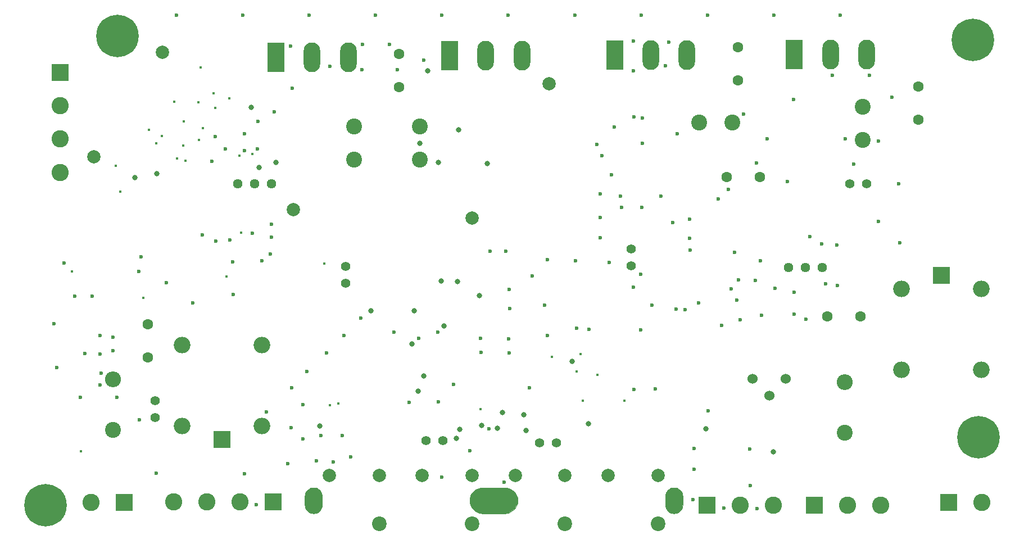
<source format=gbr>
%TF.GenerationSoftware,KiCad,Pcbnew,(5.99.0-1346-gf663f199b)*%
%TF.CreationDate,2020-04-22T12:45:50-04:00*%
%TF.ProjectId,AAMB,41414d42-2e6b-4696-9361-645f70636258,rev?*%
%TF.SameCoordinates,Original*%
%TF.FileFunction,Soldermask,Bot*%
%TF.FilePolarity,Negative*%
%FSLAX46Y46*%
G04 Gerber Fmt 4.6, Leading zero omitted, Abs format (unit mm)*
G04 Created by KiCad (PCBNEW (5.99.0-1346-gf663f199b)) date 2020-04-22 12:45:50*
%MOMM*%
%LPD*%
G01*
G04 APERTURE LIST*
%ADD10C,0.100000*%
%ADD11C,6.400000*%
%ADD12C,2.600000*%
%ADD13R,2.600000X2.600000*%
%ADD14O,2.500000X2.500000*%
%ADD15R,2.500000X2.500000*%
%ADD16C,1.440000*%
%ADD17C,2.200000*%
%ADD18C,2.000000*%
%ADD19C,1.524000*%
%ADD20O,2.400000X2.400000*%
%ADD21C,2.400000*%
%ADD22R,2.500000X4.500000*%
%ADD23O,2.500000X4.500000*%
%ADD24C,1.600000*%
%ADD25C,1.400000*%
%ADD26C,0.800000*%
%ADD27C,0.400000*%
%ADD28C,0.600000*%
G04 APERTURE END LIST*
G36*
X141324800Y-118212800D02*
G01*
X141622800Y-118284800D01*
X141905800Y-118401800D01*
X142166800Y-118561800D01*
X142399800Y-118760800D01*
X142598800Y-118993800D01*
X142758800Y-119254800D01*
X142875800Y-119537800D01*
X142947800Y-119835800D01*
X142971800Y-120140800D01*
X142947800Y-120445800D01*
X142875800Y-120743800D01*
X142758800Y-121026800D01*
X142598800Y-121287800D01*
X142399800Y-121520800D01*
X142166800Y-121719800D01*
X141905800Y-121879800D01*
X141622800Y-121996800D01*
X141324800Y-122068800D01*
X141019800Y-122092800D01*
X137719800Y-122092800D01*
X137414800Y-122068800D01*
X137116800Y-121996800D01*
X136833800Y-121879800D01*
X136572800Y-121719800D01*
X136339800Y-121520800D01*
X136140800Y-121287800D01*
X135980800Y-121026800D01*
X135863800Y-120743800D01*
X135791800Y-120445800D01*
X135767800Y-120140800D01*
X135791800Y-119835800D01*
X135863800Y-119537800D01*
X135980800Y-119254800D01*
X136140800Y-118993800D01*
X136339800Y-118760800D01*
X136572800Y-118561800D01*
X136833800Y-118401800D01*
X137116800Y-118284800D01*
X137414800Y-118212800D01*
X137719800Y-118188800D01*
X141019800Y-118188800D01*
X141324800Y-118212800D01*
G37*
D10*
X141324800Y-118212800D02*
X141622800Y-118284800D01*
X141905800Y-118401800D01*
X142166800Y-118561800D01*
X142399800Y-118760800D01*
X142598800Y-118993800D01*
X142758800Y-119254800D01*
X142875800Y-119537800D01*
X142947800Y-119835800D01*
X142971800Y-120140800D01*
X142947800Y-120445800D01*
X142875800Y-120743800D01*
X142758800Y-121026800D01*
X142598800Y-121287800D01*
X142399800Y-121520800D01*
X142166800Y-121719800D01*
X141905800Y-121879800D01*
X141622800Y-121996800D01*
X141324800Y-122068800D01*
X141019800Y-122092800D01*
X137719800Y-122092800D01*
X137414800Y-122068800D01*
X137116800Y-121996800D01*
X136833800Y-121879800D01*
X136572800Y-121719800D01*
X136339800Y-121520800D01*
X136140800Y-121287800D01*
X135980800Y-121026800D01*
X135863800Y-120743800D01*
X135791800Y-120445800D01*
X135767800Y-120140800D01*
X135791800Y-119835800D01*
X135863800Y-119537800D01*
X135980800Y-119254800D01*
X136140800Y-118993800D01*
X136339800Y-118760800D01*
X136572800Y-118561800D01*
X136833800Y-118401800D01*
X137116800Y-118284800D01*
X137414800Y-118212800D01*
X137719800Y-118188800D01*
X141019800Y-118188800D01*
X141324800Y-118212800D01*
G36*
X112423800Y-118204800D02*
G01*
X112621800Y-118252800D01*
X112810800Y-118330800D01*
X112984800Y-118437800D01*
X113139800Y-118570800D01*
X113272800Y-118725800D01*
X113379800Y-118899800D01*
X113457800Y-119088800D01*
X113505800Y-119286800D01*
X113521800Y-119490800D01*
X113521800Y-120790800D01*
X113505800Y-120994800D01*
X113457800Y-121192800D01*
X113379800Y-121381800D01*
X113272800Y-121555800D01*
X113139800Y-121710800D01*
X112984800Y-121843800D01*
X112810800Y-121950800D01*
X112621800Y-122028800D01*
X112423800Y-122076800D01*
X112219800Y-122092800D01*
X112015800Y-122076800D01*
X111817800Y-122028800D01*
X111628800Y-121950800D01*
X111454800Y-121843800D01*
X111299800Y-121710800D01*
X111166800Y-121555800D01*
X111059800Y-121381800D01*
X110981800Y-121192800D01*
X110933800Y-120994800D01*
X110917800Y-120790800D01*
X110917800Y-119490800D01*
X110933800Y-119286800D01*
X110981800Y-119088800D01*
X111059800Y-118899800D01*
X111166800Y-118725800D01*
X111299800Y-118570800D01*
X111454800Y-118437800D01*
X111628800Y-118330800D01*
X111817800Y-118252800D01*
X112015800Y-118204800D01*
X112219800Y-118188800D01*
X112423800Y-118204800D01*
G37*
X112423800Y-118204800D02*
X112621800Y-118252800D01*
X112810800Y-118330800D01*
X112984800Y-118437800D01*
X113139800Y-118570800D01*
X113272800Y-118725800D01*
X113379800Y-118899800D01*
X113457800Y-119088800D01*
X113505800Y-119286800D01*
X113521800Y-119490800D01*
X113521800Y-120790800D01*
X113505800Y-120994800D01*
X113457800Y-121192800D01*
X113379800Y-121381800D01*
X113272800Y-121555800D01*
X113139800Y-121710800D01*
X112984800Y-121843800D01*
X112810800Y-121950800D01*
X112621800Y-122028800D01*
X112423800Y-122076800D01*
X112219800Y-122092800D01*
X112015800Y-122076800D01*
X111817800Y-122028800D01*
X111628800Y-121950800D01*
X111454800Y-121843800D01*
X111299800Y-121710800D01*
X111166800Y-121555800D01*
X111059800Y-121381800D01*
X110981800Y-121192800D01*
X110933800Y-120994800D01*
X110917800Y-120790800D01*
X110917800Y-119490800D01*
X110933800Y-119286800D01*
X110981800Y-119088800D01*
X111059800Y-118899800D01*
X111166800Y-118725800D01*
X111299800Y-118570800D01*
X111454800Y-118437800D01*
X111628800Y-118330800D01*
X111817800Y-118252800D01*
X112015800Y-118204800D01*
X112219800Y-118188800D01*
X112423800Y-118204800D01*
G36*
X166723800Y-118204800D02*
G01*
X166921800Y-118252800D01*
X167110800Y-118330800D01*
X167284800Y-118437800D01*
X167439800Y-118570800D01*
X167572800Y-118725800D01*
X167679800Y-118899800D01*
X167757800Y-119088800D01*
X167805800Y-119286800D01*
X167821800Y-119490800D01*
X167821800Y-120790800D01*
X167805800Y-120994800D01*
X167757800Y-121192800D01*
X167679800Y-121381800D01*
X167572800Y-121555800D01*
X167439800Y-121710800D01*
X167284800Y-121843800D01*
X167110800Y-121950800D01*
X166921800Y-122028800D01*
X166723800Y-122076800D01*
X166519800Y-122092800D01*
X166315800Y-122076800D01*
X166117800Y-122028800D01*
X165928800Y-121950800D01*
X165754800Y-121843800D01*
X165599800Y-121710800D01*
X165466800Y-121555800D01*
X165359800Y-121381800D01*
X165281800Y-121192800D01*
X165233800Y-120994800D01*
X165217800Y-120790800D01*
X165217800Y-119490800D01*
X165233800Y-119286800D01*
X165281800Y-119088800D01*
X165359800Y-118899800D01*
X165466800Y-118725800D01*
X165599800Y-118570800D01*
X165754800Y-118437800D01*
X165928800Y-118330800D01*
X166117800Y-118252800D01*
X166315800Y-118204800D01*
X166519800Y-118188800D01*
X166723800Y-118204800D01*
G37*
X166723800Y-118204800D02*
X166921800Y-118252800D01*
X167110800Y-118330800D01*
X167284800Y-118437800D01*
X167439800Y-118570800D01*
X167572800Y-118725800D01*
X167679800Y-118899800D01*
X167757800Y-119088800D01*
X167805800Y-119286800D01*
X167821800Y-119490800D01*
X167821800Y-120790800D01*
X167805800Y-120994800D01*
X167757800Y-121192800D01*
X167679800Y-121381800D01*
X167572800Y-121555800D01*
X167439800Y-121710800D01*
X167284800Y-121843800D01*
X167110800Y-121950800D01*
X166921800Y-122028800D01*
X166723800Y-122076800D01*
X166519800Y-122092800D01*
X166315800Y-122076800D01*
X166117800Y-122028800D01*
X165928800Y-121950800D01*
X165754800Y-121843800D01*
X165599800Y-121710800D01*
X165466800Y-121555800D01*
X165359800Y-121381800D01*
X165281800Y-121192800D01*
X165233800Y-120994800D01*
X165217800Y-120790800D01*
X165217800Y-119490800D01*
X165233800Y-119286800D01*
X165281800Y-119088800D01*
X165359800Y-118899800D01*
X165466800Y-118725800D01*
X165599800Y-118570800D01*
X165754800Y-118437800D01*
X165928800Y-118330800D01*
X166117800Y-118252800D01*
X166315800Y-118204800D01*
X166519800Y-118188800D01*
X166723800Y-118204800D01*
D11*
X71866760Y-120881140D03*
X82697320Y-50162460D03*
X212369400Y-110566200D03*
X211582000Y-50716180D03*
D12*
X212899000Y-120459500D03*
D13*
X207899000Y-120459500D03*
D14*
X212804260Y-88245700D03*
X212804260Y-100445700D03*
X200804260Y-100445700D03*
X200804260Y-88245700D03*
D15*
X206804260Y-86245700D03*
X98425000Y-110934500D03*
D14*
X104425000Y-108934500D03*
X104425000Y-96734500D03*
X92425000Y-96734500D03*
X92425000Y-108934500D03*
D16*
X188849000Y-85026500D03*
X186309000Y-85026500D03*
X183769000Y-85026500D03*
X105918000Y-72390000D03*
X103378000Y-72390000D03*
X100838000Y-72390000D03*
D13*
X83693000Y-120396000D03*
D12*
X78693000Y-120396000D03*
D13*
X74041000Y-55689500D03*
D12*
X74041000Y-60689500D03*
X74041000Y-65689500D03*
X74041000Y-70689500D03*
X91139000Y-120332500D03*
X96139000Y-120332500D03*
X101139000Y-120332500D03*
D13*
X106139000Y-120332500D03*
D17*
X150119800Y-123640800D03*
X136119800Y-123640800D03*
X122119800Y-123640800D03*
X164119800Y-123640800D03*
D18*
X150119800Y-116390800D03*
X142619800Y-116390800D03*
X136119800Y-116390800D03*
X128619800Y-116390800D03*
X122119800Y-116390800D03*
X114619800Y-116390800D03*
X164119800Y-116390800D03*
X156619800Y-116390800D03*
D19*
X183363000Y-101822500D03*
X180863000Y-104322500D03*
X178363000Y-101822500D03*
D13*
X187706000Y-120840500D03*
D12*
X192706000Y-120840500D03*
X197706000Y-120840500D03*
X181530000Y-120840500D03*
X176530000Y-120840500D03*
D13*
X171530000Y-120840500D03*
D20*
X192283000Y-102332500D03*
D21*
X192283000Y-109952500D03*
D20*
X82042000Y-101917500D03*
D21*
X82042000Y-109537500D03*
X175307000Y-63182500D03*
X170307000Y-63182500D03*
X194945000Y-65849500D03*
X194945000Y-60849500D03*
X118364000Y-68770500D03*
X118364000Y-63770500D03*
X128270000Y-68770500D03*
X128270000Y-63770500D03*
D22*
X132737000Y-53149500D03*
D23*
X138187000Y-53149500D03*
X143637000Y-53149500D03*
X117453000Y-53403500D03*
X112003000Y-53403500D03*
D22*
X106553000Y-53403500D03*
D24*
X87249000Y-93615500D03*
X87249000Y-98615500D03*
X179498000Y-71437500D03*
X174498000Y-71437500D03*
X176149000Y-56832500D03*
X176149000Y-51832500D03*
X189611000Y-92392500D03*
X194611000Y-92392500D03*
X203327000Y-57785000D03*
X203327000Y-62785000D03*
X125095000Y-52848500D03*
X125095000Y-57848500D03*
D23*
X195542000Y-52916500D03*
X190092000Y-52916500D03*
D22*
X184642000Y-52916500D03*
X157592000Y-53066500D03*
D23*
X163042000Y-53066500D03*
X168492000Y-53066500D03*
D25*
X192976500Y-72390000D03*
X195516500Y-72390000D03*
X88392000Y-107632500D03*
X88392000Y-105092500D03*
X160093000Y-84752500D03*
X160093000Y-82212500D03*
X117059000Y-87376500D03*
X117059000Y-84836500D03*
X148843000Y-111482500D03*
X146303000Y-111482500D03*
X129159000Y-111125000D03*
X131699000Y-111125000D03*
D26*
X104013000Y-69977000D03*
D27*
X92900500Y-68961000D03*
X91630500Y-68580000D03*
X94869000Y-60134500D03*
D26*
X143891000Y-107188000D03*
D27*
X91249500Y-60071000D03*
X97142300Y-58808620D03*
D26*
X131445000Y-87058500D03*
D27*
X89352120Y-65211960D03*
D26*
X127381000Y-91567000D03*
D28*
X141224000Y-82550000D03*
X191135000Y-87757000D03*
X105727500Y-82994500D03*
X100012500Y-84201000D03*
X80200500Y-100965000D03*
X73152000Y-93535500D03*
X117838490Y-113605010D03*
X137477500Y-97853500D03*
X141668500Y-97917000D03*
X156781500Y-84264500D03*
X155384500Y-80518000D03*
X166370000Y-78232000D03*
X168973500Y-82423000D03*
X166814500Y-91313000D03*
X161544000Y-86042500D03*
X138811000Y-82550000D03*
X104457500Y-84010500D03*
D27*
X92641420Y-63025020D03*
D28*
X158623000Y-75946000D03*
X178943000Y-69278500D03*
X105854500Y-78549500D03*
X161671000Y-75946000D03*
X191071500Y-81661000D03*
X80073500Y-98107500D03*
X186372500Y-92837000D03*
X141605000Y-95758000D03*
X108839000Y-109156500D03*
X95440500Y-80137000D03*
X97472500Y-81026000D03*
X173736000Y-93789500D03*
X168846500Y-80645000D03*
X115189000Y-114300000D03*
X112649000Y-114173000D03*
X105918000Y-80454500D03*
X77787500Y-97980500D03*
X126624080Y-105351580D03*
X147066000Y-90678000D03*
X160401000Y-88011000D03*
X193611500Y-69469000D03*
X151701500Y-84010500D03*
X180594000Y-65659000D03*
X131000500Y-105283000D03*
X184531000Y-59753500D03*
X192341500Y-65659000D03*
X183578500Y-72072500D03*
X177038000Y-61912500D03*
X190373000Y-56070500D03*
X137350500Y-95694500D03*
X195961000Y-56070500D03*
X102997000Y-79883000D03*
X80073500Y-95250000D03*
X110617000Y-105727500D03*
X147447000Y-83883500D03*
X80073500Y-102743000D03*
X175133000Y-88265000D03*
X176212500Y-86868000D03*
X176466500Y-92900500D03*
X181737000Y-88138000D03*
X155384500Y-77470000D03*
X200533000Y-81280000D03*
X197358000Y-78105000D03*
X98933000Y-67183000D03*
X116840000Y-95250000D03*
X199326500Y-59372500D03*
X135763000Y-112649000D03*
X101790500Y-116078000D03*
X163195000Y-90678000D03*
X200406000Y-72453500D03*
X81978500Y-95567500D03*
X110617000Y-110871000D03*
X85979000Y-107950000D03*
X76263500Y-89344500D03*
X99631500Y-80899000D03*
X74612500Y-84391500D03*
X77089000Y-104584500D03*
X78867000Y-89344500D03*
X169418000Y-120015000D03*
X174053500Y-121285000D03*
X171704000Y-106616500D03*
X90043000Y-87312500D03*
X103886000Y-62992000D03*
X197358000Y-65976500D03*
X161544000Y-94424500D03*
X109062520Y-58049160D03*
X81978500Y-97536000D03*
X184658000Y-92075000D03*
X101854000Y-67437000D03*
X189357000Y-87503000D03*
X188805820Y-81465420D03*
X111252000Y-100711000D03*
X184658000Y-88773000D03*
X179506880Y-84013040D03*
X105156000Y-106807000D03*
X85915500Y-85598000D03*
X103759000Y-67183000D03*
X106299000Y-61595000D03*
X175691800Y-82722720D03*
X155702000Y-68199000D03*
X88519000Y-116014500D03*
X155448000Y-73914000D03*
X97409000Y-65278000D03*
X108902500Y-103187500D03*
X158496000Y-74295000D03*
X164592000Y-74295000D03*
X177927000Y-112395000D03*
X168849040Y-77739240D03*
X179006500Y-121348500D03*
X94043500Y-90360500D03*
X86233000Y-83439000D03*
X100139500Y-89090500D03*
X128079500Y-95694500D03*
X169545000Y-115443000D03*
X178054000Y-117856000D03*
X119380000Y-92646500D03*
X131572000Y-116586000D03*
X130937000Y-94805500D03*
X160464500Y-103378000D03*
X82613500Y-104584500D03*
X169545000Y-112268000D03*
X124333000Y-94805500D03*
X114173000Y-97917000D03*
X153733500Y-94361000D03*
X163703000Y-103314500D03*
X138684000Y-109347000D03*
X101854000Y-64897000D03*
X144780000Y-103124000D03*
X165227000Y-54610000D03*
X124841000Y-55245000D03*
X161798000Y-62484000D03*
D26*
X88646000Y-70866000D03*
D28*
X103632000Y-120777000D03*
X123698000Y-51435000D03*
X108742480Y-51643280D03*
X116586000Y-110363000D03*
D26*
X153670000Y-108585000D03*
D28*
X173228000Y-74676000D03*
X167005000Y-64897000D03*
X114731800Y-54711600D03*
D26*
X131064000Y-69215000D03*
X138430000Y-69342000D03*
D28*
X174752000Y-73279000D03*
X160401000Y-55372000D03*
X119634000Y-51435000D03*
X133350000Y-102616000D03*
X108331000Y-114554000D03*
D26*
X128270000Y-66294000D03*
D28*
X176022000Y-89916000D03*
X140970000Y-117348000D03*
D26*
X134112000Y-64262000D03*
D28*
X141754860Y-91257120D03*
X165735000Y-51054000D03*
X141696440Y-88356440D03*
X147447000Y-95250000D03*
X128813560Y-53835300D03*
D26*
X137243820Y-89258140D03*
D28*
X119507000Y-55245000D03*
D26*
X106553000Y-69215000D03*
D28*
X113344960Y-110329980D03*
D27*
X148127720Y-98511360D03*
D28*
X178816000Y-86995000D03*
D27*
X151828500Y-100741480D03*
X152829260Y-105062020D03*
X159067500Y-105062020D03*
X154978100Y-101201220D03*
X152473660Y-98071940D03*
D28*
X160401000Y-50927000D03*
X73533000Y-100076000D03*
X179705000Y-92202000D03*
D26*
X144272000Y-109601000D03*
D27*
X115943380Y-105554780D03*
D26*
X171323000Y-109347000D03*
D28*
X161798000Y-66294000D03*
D26*
X85344000Y-71501000D03*
D27*
X87391240Y-64312800D03*
D18*
X79121000Y-68359500D03*
D27*
X114655600Y-105796080D03*
D28*
X168233732Y-91373255D03*
D26*
X127063488Y-96563503D03*
X128802140Y-101362500D03*
D28*
X151892000Y-94176150D03*
D26*
X137577150Y-108806185D03*
D27*
X97435991Y-61023500D03*
X86561524Y-89585478D03*
X99568000Y-59563000D03*
X99123500Y-86423500D03*
D18*
X89471500Y-52641500D03*
D27*
X113855500Y-84455000D03*
D26*
X127972820Y-103675180D03*
D28*
X157520640Y-63891160D03*
D26*
X181483000Y-112839500D03*
X151193500Y-99187000D03*
D18*
X147701000Y-57340500D03*
D26*
X134282180Y-109420660D03*
D27*
X102987488Y-67954498D03*
D26*
X139942852Y-109239717D03*
D18*
X109156500Y-76327000D03*
D27*
X82423000Y-69723000D03*
D26*
X102854760Y-60924440D03*
D27*
X75819000Y-85661500D03*
X137350500Y-106406151D03*
D26*
X133921500Y-87185500D03*
D27*
X92627601Y-66700488D03*
X101346000Y-79756000D03*
D28*
X154913917Y-66510583D03*
X187007500Y-80391000D03*
D27*
X101092000Y-68154510D03*
D26*
X120857562Y-91548500D03*
D27*
X77152500Y-112712500D03*
D26*
X140716000Y-106870500D03*
X113157000Y-108902500D03*
D28*
X157099000Y-71056500D03*
D26*
X133720840Y-110817660D03*
D28*
X170243500Y-90360562D03*
D27*
X94996000Y-65853990D03*
X83121500Y-73596500D03*
D26*
X129451100Y-55392322D03*
D27*
X95585280Y-64041018D03*
X95250000Y-54864000D03*
D28*
X160528000Y-62357000D03*
D26*
X131884420Y-93842840D03*
D28*
X96918780Y-69032120D03*
D27*
X88519000Y-66294000D03*
D28*
X145161000Y-86296500D03*
D18*
X136080500Y-77597000D03*
D28*
X191567000Y-46990000D03*
X181567000Y-46990000D03*
X171567000Y-46990000D03*
X161567000Y-46990000D03*
X151567000Y-46990000D03*
X141567000Y-46990000D03*
X131567000Y-46990000D03*
X121567000Y-46990000D03*
X111567000Y-46990000D03*
X101567000Y-46990000D03*
X131567000Y-46990000D03*
X121567000Y-46990000D03*
X111567000Y-46990000D03*
X101567000Y-46990000D03*
X91567000Y-46990000D03*
M02*

</source>
